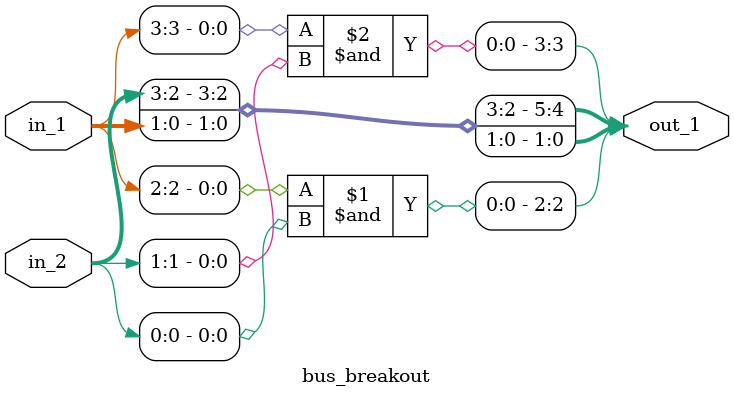
<source format=v>
module bus_breakout (
    input [3:0] in_1,
    input [3:0] in_2,
    output [5:0] out_1
);
// concatenate
assign out_1 = {in_2[3:2], (in_1[3] & in_2[1]), (in_1[2] & in_2[0]), in_1[1:0]};

endmodule
</source>
